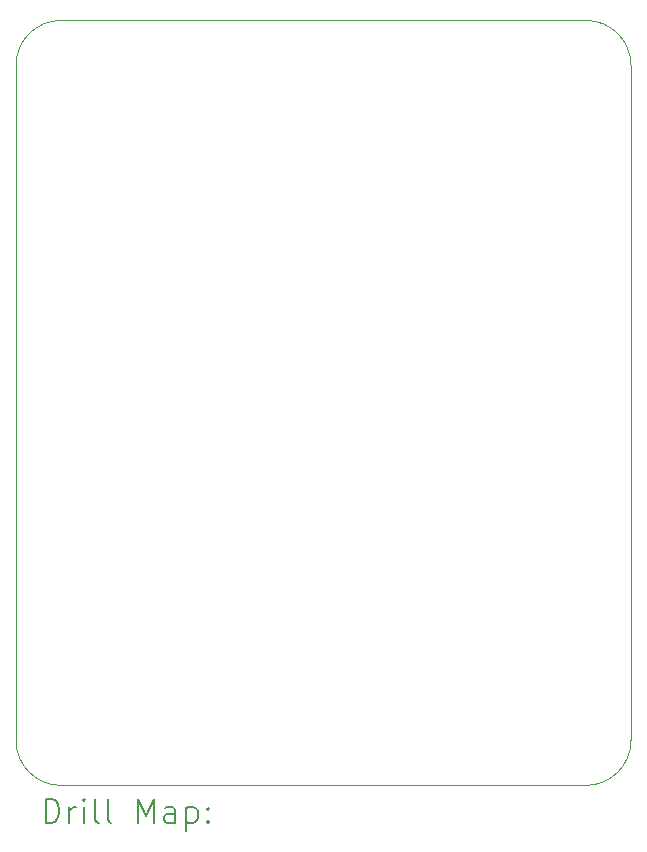
<source format=gbr>
%FSLAX45Y45*%
G04 Gerber Fmt 4.5, Leading zero omitted, Abs format (unit mm)*
G04 Created by KiCad (PCBNEW 6.0.6-3a73a75311~116~ubuntu22.04.1) date 2022-06-24 09:32:34*
%MOMM*%
%LPD*%
G01*
G04 APERTURE LIST*
%TA.AperFunction,Profile*%
%ADD10C,0.100000*%
%TD*%
%ADD11C,0.200000*%
G04 APERTURE END LIST*
D10*
X17763902Y-6829098D02*
G75*
G03*
X17382903Y-6448098I-381002J-2D01*
G01*
X12937903Y-12925098D02*
X17382903Y-12925098D01*
X12556903Y-12544098D02*
X12556903Y-6829098D01*
X17382903Y-12925103D02*
G75*
G03*
X17763903Y-12544098I-3J381003D01*
G01*
X17763903Y-12544098D02*
X17763903Y-6829098D01*
X12556902Y-12544098D02*
G75*
G03*
X12937903Y-12925098I380998J-2D01*
G01*
X12937903Y-6448103D02*
G75*
G03*
X12556903Y-6829098I-3J-380997D01*
G01*
X12937903Y-6448098D02*
X17382903Y-6448098D01*
D11*
X12809522Y-13240574D02*
X12809522Y-13040574D01*
X12857141Y-13040574D01*
X12885712Y-13050098D01*
X12904760Y-13069145D01*
X12914284Y-13088193D01*
X12923808Y-13126288D01*
X12923808Y-13154860D01*
X12914284Y-13192955D01*
X12904760Y-13212002D01*
X12885712Y-13231050D01*
X12857141Y-13240574D01*
X12809522Y-13240574D01*
X13009522Y-13240574D02*
X13009522Y-13107240D01*
X13009522Y-13145336D02*
X13019046Y-13126288D01*
X13028569Y-13116764D01*
X13047617Y-13107240D01*
X13066665Y-13107240D01*
X13133331Y-13240574D02*
X13133331Y-13107240D01*
X13133331Y-13040574D02*
X13123808Y-13050098D01*
X13133331Y-13059621D01*
X13142855Y-13050098D01*
X13133331Y-13040574D01*
X13133331Y-13059621D01*
X13257141Y-13240574D02*
X13238093Y-13231050D01*
X13228569Y-13212002D01*
X13228569Y-13040574D01*
X13361903Y-13240574D02*
X13342855Y-13231050D01*
X13333331Y-13212002D01*
X13333331Y-13040574D01*
X13590474Y-13240574D02*
X13590474Y-13040574D01*
X13657141Y-13183431D01*
X13723808Y-13040574D01*
X13723808Y-13240574D01*
X13904760Y-13240574D02*
X13904760Y-13135812D01*
X13895236Y-13116764D01*
X13876189Y-13107240D01*
X13838093Y-13107240D01*
X13819046Y-13116764D01*
X13904760Y-13231050D02*
X13885712Y-13240574D01*
X13838093Y-13240574D01*
X13819046Y-13231050D01*
X13809522Y-13212002D01*
X13809522Y-13192955D01*
X13819046Y-13173907D01*
X13838093Y-13164383D01*
X13885712Y-13164383D01*
X13904760Y-13154860D01*
X13999998Y-13107240D02*
X13999998Y-13307240D01*
X13999998Y-13116764D02*
X14019046Y-13107240D01*
X14057141Y-13107240D01*
X14076189Y-13116764D01*
X14085712Y-13126288D01*
X14095236Y-13145336D01*
X14095236Y-13202479D01*
X14085712Y-13221526D01*
X14076189Y-13231050D01*
X14057141Y-13240574D01*
X14019046Y-13240574D01*
X13999998Y-13231050D01*
X14180950Y-13221526D02*
X14190474Y-13231050D01*
X14180950Y-13240574D01*
X14171427Y-13231050D01*
X14180950Y-13221526D01*
X14180950Y-13240574D01*
X14180950Y-13116764D02*
X14190474Y-13126288D01*
X14180950Y-13135812D01*
X14171427Y-13126288D01*
X14180950Y-13116764D01*
X14180950Y-13135812D01*
M02*

</source>
